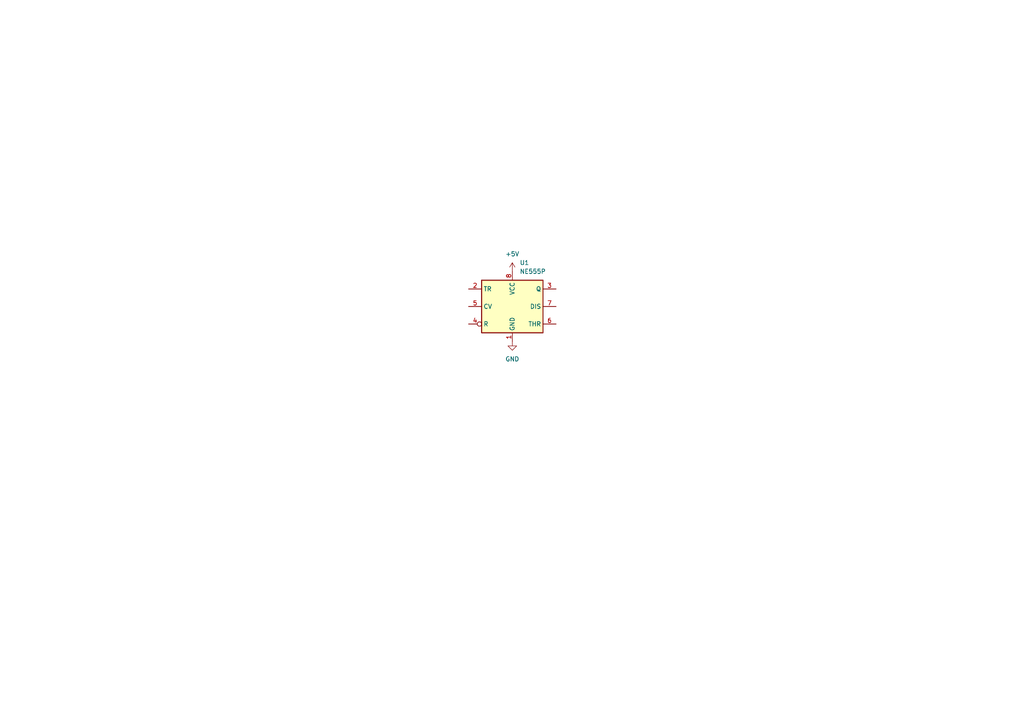
<source format=kicad_sch>
(kicad_sch (version 20250114) (generator "eeschema") (generator_version "9.0")
  (paper "A4")
  (lib_symbols
    (symbol "Timer:NE555P"
      (property "Reference" "U" (at -10.16 8.89 0))
      (property "Value" "NE555P" (at 2.54 8.89 0))
      (symbol "NE555P_0_0"
        (pin power_in line (at 0 10.16 270) (length 2.54) (name "VCC") (number "8"))
        (pin power_in line (at 0 -10.16 90) (length 2.54) (name "GND") (number "1"))
      )
      (symbol "NE555P_0_1"
        (rectangle (start -8.89 -7.62) (end 8.89 7.62) (stroke (width 0.254)) (fill (type background)))
        (rectangle (start -8.89 -7.62) (end 8.89 7.62) (stroke (width 0.254)) (fill (type background)))
      )
      (symbol "NE555P_1_1"
        (pin input line (at -12.7 5.08 0) (length 3.81) (name "TR") (number "2"))
        (pin input line (at -12.7 0 0) (length 3.81) (name "CV") (number "5"))
        (pin input inverted (at -12.7 -5.08 0) (length 3.81) (name "R") (number "4"))
        (pin output line (at 12.7 5.08 180) (length 3.81) (name "Q") (number "3"))
        (pin input line (at 12.7 0 180) (length 3.81) (name "DIS") (number "7"))
        (pin input line (at 12.7 -5.08 180) (length 3.81) (name "THR") (number "6"))
      )
    )
    (symbol "power:+5V" (power) (pin_numbers (hide yes)) (pin_names (offset 0) (hide yes))
      (property "Value" "+5V" (at 0 3.556 0))
      (symbol "+5V_0_1"
        (polyline (pts (xy -0.762 1.27) (xy 0 2.54)))
        (polyline (pts (xy 0 2.54) (xy 0.762 1.27)))
        (polyline (pts (xy 0 0) (xy 0 2.54)))
      )
      (symbol "+5V_1_1"
        (pin power_in line (at 0 0 90) (length 0) (name "~") (number "1"))
      )
    )
    (symbol "power:GND" (power) (pin_numbers (hide yes)) (pin_names (offset 0) (hide yes))
      (property "Value" "GND" (at 0 -3.81 0))
      (symbol "GND_0_1"
        (polyline (pts (xy 0 0) (xy 0 -1.27) (xy 1.27 -1.27) (xy 0 -2.54) (xy -1.27 -1.27) (xy 0 -1.27)))
      )
      (symbol "GND_1_1"
        (pin power_in line (at 0 0 270) (length 0) (name "~") (number "1"))
      )
    )
  )
  (symbol (lib_id "Timer:NE555P") (at 148.59 88.9 0) (unit 1)
    (property "Reference" "U1" (at 150.7333 76.2 0) (effects (justify left)))
    (property "Value" "NE555P" (at 150.7333 78.74 0) (effects (justify left)))
    (property "Footprint" "Package_DIP:DIP-8_W7.62mm" (effects (hide yes)))
    (property "Datasheet" "http://www.ti.com/lit/ds/symlink/ne555.pdf" (effects (hide yes)))
    (property "Description" "Precision Timers, 555 compatible,  PDIP-8" (effects (hide yes)))
  )
  (symbol (lib_id "power:GND") (at 148.59 99.06 0) (unit 1)
    (property "Reference" "#PWR01" (effects (hide yes)))
    (property "Value" "GND" (at 148.59 104.14 0))
    (property "Description" "Power symbol creates a global label with name \"GND\" , ground" (effects (hide yes)))
  )
  (symbol (lib_id "power:+5V") (at 148.59 78.74 0) (unit 1)
    (property "Reference" "#PWR02" (effects (hide yes)))
    (property "Value" "+5V" (at 148.59 73.66 0))
    (property "Description" "Power symbol creates a global label with name \"+5V\"" (effects (hide yes)))
  )
)
</source>
